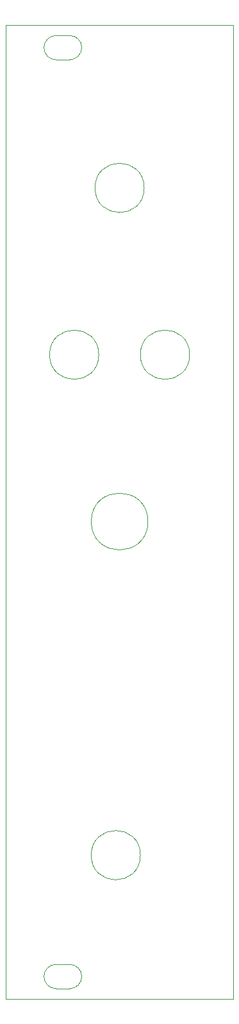
<source format=gm1>
G04 #@! TF.GenerationSoftware,KiCad,Pcbnew,(5.0.0-rc2)*
G04 #@! TF.CreationDate,2020-07-08T19:37:13+03:00*
G04 #@! TF.ProjectId,OUTPNL2,4F5554504E4C322E6B696361645F7063,rev?*
G04 #@! TF.SameCoordinates,PX2887fa0PY9d5b340*
G04 #@! TF.FileFunction,Profile,NP*
%FSLAX46Y46*%
G04 Gerber Fmt 4.6, Leading zero omitted, Abs format (unit mm)*
G04 Created by KiCad (PCBNEW (5.0.0-rc2)) date Wed Jul  8 19:37:13 2020*
%MOMM*%
%LPD*%
G01*
G04 APERTURE LIST*
%ADD10C,0.100000*%
G04 #@! TA.AperFunction,NonConductor*
%ADD11C,0.120000*%
G04 #@! TD*
G04 APERTURE END LIST*
D10*
X0Y128500000D02*
X0Y0D01*
X30000000Y128500000D02*
X0Y128500000D01*
X30000000Y0D02*
X30000000Y128500000D01*
X0Y0D02*
X30000000Y0D01*
D11*
G04 #@! TO.C,Ref\002A\002A*
X18750000Y63000000D02*
G75*
G03X18750000Y63000000I-3750000J0D01*
G01*
G04 #@! TO.C,X*
X6600000Y127100000D02*
X8400000Y127100000D01*
X6600000Y123900000D02*
X8400000Y123900000D01*
X5000000Y125500000D02*
G75*
G03X6600000Y123900000I1600000J0D01*
G01*
X6600000Y127100000D02*
G75*
G03X5000000Y125500000I0J-1600000D01*
G01*
X8400000Y123900000D02*
G75*
G03X10000000Y125500000I0J1600000D01*
G01*
X10000000Y125500000D02*
G75*
G03X8400000Y127100000I-1600000J0D01*
G01*
X10000000Y3000000D02*
G75*
G03X8400000Y4600000I-1600000J0D01*
G01*
X8400000Y1400000D02*
G75*
G03X10000000Y3000000I0J1600000D01*
G01*
X6600000Y4600000D02*
G75*
G03X5000000Y3000000I0J-1600000D01*
G01*
X5000000Y3000000D02*
G75*
G03X6600000Y1400000I1600000J0D01*
G01*
X6600000Y1400000D02*
X8400000Y1400000D01*
X6600000Y4600000D02*
X8400000Y4600000D01*
G04 #@! TO.C,Ref\002A\002A*
X17750000Y19000000D02*
G75*
G03X17750000Y19000000I-3250000J0D01*
G01*
X12250000Y85000000D02*
G75*
G03X12250000Y85000000I-3250000J0D01*
G01*
X24250000Y85000000D02*
G75*
G03X24250000Y85000000I-3250000J0D01*
G01*
X18250000Y107000000D02*
G75*
G03X18250000Y107000000I-3250000J0D01*
G01*
G04 #@! TD*
M02*

</source>
